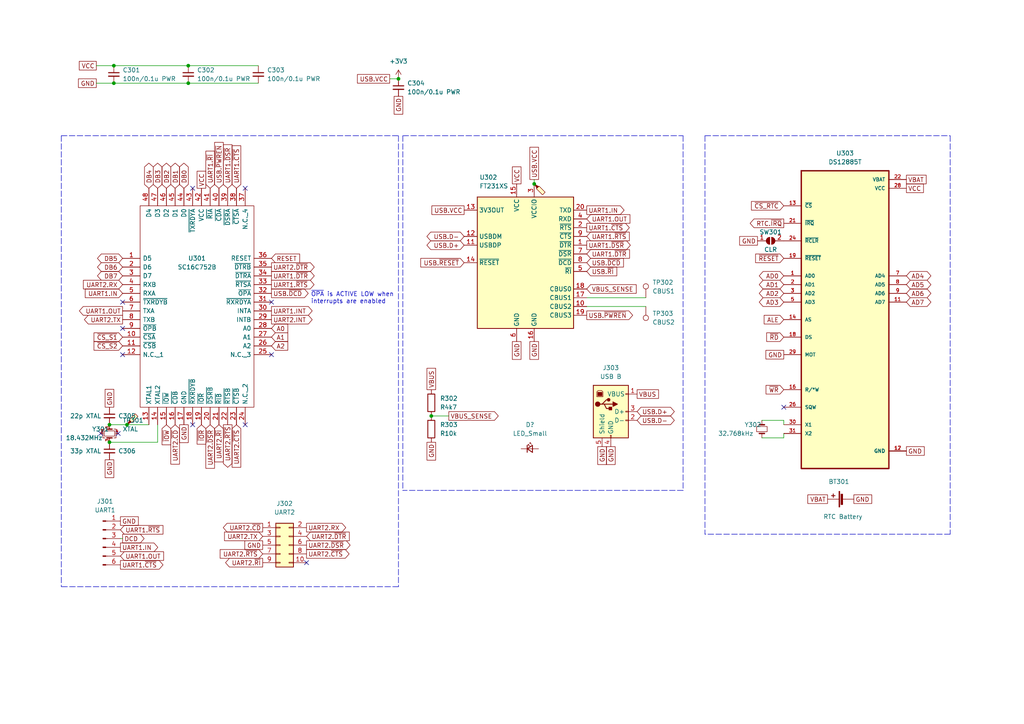
<source format=kicad_sch>
(kicad_sch (version 20211123) (generator eeschema)
  (paper "A4")
  (title_block (title "PC/104 80188 CPU Board") (date "2022-07-30") (rev "0.2") (company "Atsuko Ito"))
  (lib_symbols
    (symbol "Connector:Conn_01x06_Male" (pin_names (offset 1.016) hide)
      (property "Reference" "J" (at 0 7.62 0))
      (property "Value" "Conn_01x06_Male" (at 0 -10.16 0))
      (symbol "Conn_01x06_Male_1_1"
        (polyline (pts (xy 1.27 -7.62) (xy 0.8636 -7.62)) (stroke (width 0.1524)))
        (polyline (pts (xy 1.27 -5.08) (xy 0.8636 -5.08)) (stroke (width 0.1524)))
        (polyline (pts (xy 1.27 -2.54) (xy 0.8636 -2.54)) (stroke (width 0.1524)))
        (polyline (pts (xy 1.27 0) (xy 0.8636 0)) (stroke (width 0.1524)))
        (polyline (pts (xy 1.27 2.54) (xy 0.8636 2.54)) (stroke (width 0.1524)))
        (polyline (pts (xy 1.27 5.08) (xy 0.8636 5.08)) (stroke (width 0.1524)))
        (rectangle (start 0.8636 -7.493) (end 0 -7.747) (stroke (width 0.1524)) (fill (type outline)))
        (rectangle (start 0.8636 -4.953) (end 0 -5.207) (stroke (width 0.1524)) (fill (type outline)))
        (rectangle (start 0.8636 -2.413) (end 0 -2.667) (stroke (width 0.1524)) (fill (type outline)))
        (rectangle (start 0.8636 0.127) (end 0 -0.127) (stroke (width 0.1524)) (fill (type outline)))
        (rectangle (start 0.8636 2.667) (end 0 2.413) (stroke (width 0.1524)) (fill (type outline)))
        (rectangle (start 0.8636 5.207) (end 0 4.953) (stroke (width 0.1524)) (fill (type outline)))
        (pin passive line (at 5.08 5.08 180) (length 3.81) (name "Pin_1") (number "1"))
        (pin passive line (at 5.08 2.54 180) (length 3.81) (name "Pin_2") (number "2"))
        (pin passive line (at 5.08 0 180) (length 3.81) (name "Pin_3") (number "3"))
        (pin passive line (at 5.08 -2.54 180) (length 3.81) (name "Pin_4") (number "4"))
        (pin passive line (at 5.08 -5.08 180) (length 3.81) (name "Pin_5") (number "5"))
        (pin passive line (at 5.08 -7.62 180) (length 3.81) (name "Pin_6") (number "6"))
      )
    )
    (symbol "Connector:TestPoint" (pin_numbers hide) (pin_names (offset 0.762) hide)
      (property "Reference" "TP" (at 0 6.858 0))
      (property "Value" "TestPoint" (at 0 5.08 0))
      (symbol "TestPoint_0_1"
        (circle (center 0 3.302) (radius 0.762))
      )
      (symbol "TestPoint_1_1"
        (pin passive line (at 0 0 90) (length 2.54) (name "1") (number "1"))
      )
    )
    (symbol "Connector:TestPoint_Probe" (pin_numbers hide) (pin_names (offset 0.762) hide)
      (property "Reference" "TP" (at 1.651 5.842 0))
      (property "Value" "TestPoint_Probe" (at 1.651 4.064 0))
      (symbol "TestPoint_Probe_0_1"
        (polyline (pts (xy 1.27 0.762) (xy 0 0) (xy 0.762 1.27) (xy 1.27 0.762)) (fill (type outline)))
        (polyline (pts (xy 1.397 0.635) (xy 0.635 1.397) (xy 2.413 3.175) (xy 3.175 2.413) (xy 1.397 0.635)) (fill (type background)))
      )
      (symbol "TestPoint_Probe_1_1"
        (pin passive line (at 0 0 90) (length 0) (name "1") (number "1"))
      )
    )
    (symbol "Connector:USB_B" (pin_names (offset 1.016))
      (property "Reference" "J" (at -5.08 11.43 0))
      (property "Value" "USB_B" (at -5.08 8.89 0))
      (symbol "USB_B_0_1"
        (rectangle (start -5.08 -7.62) (end 5.08 7.62) (stroke (width 0.254)) (fill (type background)))
        (circle (center -3.81 2.159) (radius 0.635) (stroke (width 0.254)) (fill (type outline)))
        (rectangle (start -3.81 5.588) (end -2.54 4.572) (fill (type outline)))
        (circle (center -0.635 3.429) (radius 0.381) (stroke (width 0.254)) (fill (type outline)))
        (rectangle (start -0.127 -7.62) (end 0.127 -6.858))
        (polyline (pts (xy -1.905 2.159) (xy 0.635 2.159)) (stroke (width 0.254)))
        (polyline (pts (xy -3.175 2.159) (xy -2.54 2.159) (xy -1.27 3.429) (xy -0.635 3.429)) (stroke (width 0.254)))
        (polyline (pts (xy -2.54 2.159) (xy -1.905 2.159) (xy -1.27 0.889) (xy 0 0.889)) (stroke (width 0.254)))
        (polyline (pts (xy 0.635 2.794) (xy 0.635 1.524) (xy 1.905 2.159) (xy 0.635 2.794)) (stroke (width 0.254)) (fill (type outline)))
        (polyline (pts (xy -4.064 4.318) (xy -2.286 4.318) (xy -2.286 5.715) (xy -2.667 6.096) (xy -3.683 6.096) (xy -4.064 5.715) (xy -4.064 4.318)))
        (rectangle (start 0.254 1.27) (end -0.508 0.508) (stroke (width 0.254)) (fill (type outline)))
        (rectangle (start 5.08 -2.667) (end 4.318 -2.413))
        (rectangle (start 5.08 -0.127) (end 4.318 0.127))
        (rectangle (start 5.08 4.953) (end 4.318 5.207))
      )
      (symbol "USB_B_1_1"
        (pin power_out line (at 7.62 5.08 180) (length 2.54) (name "VBUS") (number "1"))
        (pin bidirectional line (at 7.62 -2.54 180) (length 2.54) (name "D-") (number "2"))
        (pin bidirectional line (at 7.62 0 180) (length 2.54) (name "D+") (number "3"))
        (pin power_out line (at 0 -10.16 90) (length 2.54) (name "GND") (number "4"))
        (pin passive line (at -2.54 -10.16 90) (length 2.54) (name "Shield") (number "5"))
      )
    )
    (symbol "Connector_Generic:Conn_02x05_Odd_Even" (pin_names (offset 1.016) hide)
      (property "Reference" "J" (at 1.27 7.62 0))
      (property "Value" "Conn_02x05_Odd_Even" (at 1.27 -7.62 0))
      (symbol "Conn_02x05_Odd_Even_1_1"
        (rectangle (start -1.27 -4.953) (end 0 -5.207) (stroke (width 0.1524)))
        (rectangle (start -1.27 -2.413) (end 0 -2.667) (stroke (width 0.1524)))
        (rectangle (start -1.27 0.127) (end 0 -0.127) (stroke (width 0.1524)))
        (rectangle (start -1.27 2.667) (end 0 2.413) (stroke (width 0.1524)))
        (rectangle (start -1.27 5.207) (end 0 4.953) (stroke (width 0.1524)))
        (rectangle (start -1.27 6.35) (end 3.81 -6.35) (stroke (width 0.254)) (fill (type background)))
        (rectangle (start 3.81 -4.953) (end 2.54 -5.207) (stroke (width 0.1524)))
        (rectangle (start 3.81 -2.413) (end 2.54 -2.667) (stroke (width 0.1524)))
        (rectangle (start 3.81 0.127) (end 2.54 -0.127) (stroke (width 0.1524)))
        (rectangle (start 3.81 2.667) (end 2.54 2.413) (stroke (width 0.1524)))
        (rectangle (start 3.81 5.207) (end 2.54 4.953) (stroke (width 0.1524)))
        (pin passive line (at -5.08 5.08 0) (length 3.81) (name "Pin_1") (number "1"))
        (pin passive line (at 7.62 -5.08 180) (length 3.81) (name "Pin_10") (number "10"))
        (pin passive line (at 7.62 5.08 180) (length 3.81) (name "Pin_2") (number "2"))
        (pin passive line (at -5.08 2.54 0) (length 3.81) (name "Pin_3") (number "3"))
        (pin passive line (at 7.62 2.54 180) (length 3.81) (name "Pin_4") (number "4"))
        (pin passive line (at -5.08 0 0) (length 3.81) (name "Pin_5") (number "5"))
        (pin passive line (at 7.62 0 180) (length 3.81) (name "Pin_6") (number "6"))
        (pin passive line (at -5.08 -2.54 0) (length 3.81) (name "Pin_7") (number "7"))
        (pin passive line (at 7.62 -2.54 180) (length 3.81) (name "Pin_8") (number "8"))
        (pin passive line (at -5.08 -5.08 0) (length 3.81) (name "Pin_9") (number "9"))
      )
    )
    (symbol "DS12885T:DS12885T" (pin_names (offset 1.016))
      (property "Reference" "U303" (at 0 48.26 0))
      (property "Value" "DS12885T" (at 0 45.72 0))
      (symbol "DS12885T_0_0"
        (rectangle (start -12.7 -43.18) (end 12.7 43.18) (stroke (width 0.4064)) (fill (type background)))
        (pin bidirectional line (at -17.78 12.7 0) (length 5.08) (name "AD0") (number "1"))
        (pin bidirectional line (at 17.78 5.08 180) (length 5.08) (name "AD7") (number "11"))
        (pin power_in line (at 17.78 -38.1 180) (length 5.08) (name "GND") (number "12"))
        (pin bidirectional line (at -17.78 33.02 0) (length 5.08) (name "~{CS}") (number "13"))
        (pin bidirectional line (at -17.78 0 0) (length 5.08) (name "AS") (number "14"))
        (pin bidirectional line (at -17.78 -20.32 0) (length 5.08) (name "R/*W") (number "16"))
        (pin power_in line (at 17.78 -38.1 180) (length 5.08) (name "GND") (number "17"))
        (pin bidirectional line (at -17.78 -5.08 0) (length 5.08) (name "DS") (number "18"))
        (pin bidirectional line (at -17.78 17.78 0) (length 5.08) (name "~{RESET}") (number "19"))
        (pin bidirectional line (at -17.78 10.16 0) (length 5.08) (name "AD1") (number "2"))
        (pin bidirectional line (at -17.78 27.94 0) (length 5.08) (name "~{IRQ}") (number "21"))
        (pin power_in line (at 17.78 40.64 180) (length 5.08) (name "VBAT") (number "22"))
        (pin bidirectional line (at -17.78 22.86 0) (length 5.08) (name "~{RCLR}") (number "24"))
        (pin bidirectional line (at -17.78 -25.4 0) (length 5.08) (name "SQW") (number "26"))
        (pin power_in line (at 17.78 38.1 180) (length 5.08) (name "VCC") (number "28"))
        (pin bidirectional line (at -17.78 -10.16 0) (length 5.08) (name "MOT") (number "29"))
        (pin bidirectional line (at -17.78 7.62 0) (length 5.08) (name "AD2") (number "3"))
        (pin bidirectional line (at -17.78 -30.48 0) (length 5.08) (name "X1") (number "30"))
        (pin bidirectional line (at -17.78 -33.02 0) (length 5.08) (name "X2") (number "31"))
        (pin bidirectional line (at -17.78 5.08 0) (length 5.08) (name "AD3") (number "5"))
        (pin bidirectional line (at 17.78 12.7 180) (length 5.08) (name "AD4") (number "7"))
        (pin bidirectional line (at 17.78 10.16 180) (length 5.08) (name "AD5") (number "8"))
        (pin bidirectional line (at 17.78 7.62 180) (length 5.08) (name "AD6") (number "9"))
      )
    )
    (symbol "Device:Battery_Cell" (pin_numbers hide) (pin_names (offset 0) hide)
      (property "Reference" "BT" (at 2.54 2.54 0))
      (property "Value" "Battery_Cell" (at 2.54 0 0))
      (symbol "Battery_Cell_0_1"
        (rectangle (start -2.286 1.778) (end 2.286 1.524) (fill (type outline)))
        (rectangle (start -1.5748 1.1938) (end 1.4732 0.6858) (fill (type outline)))
        (polyline (pts (xy 0 0.762) (xy 0 0)))
        (polyline (pts (xy 0 1.778) (xy 0 2.54)))
        (polyline (pts (xy 0.508 3.429) (xy 1.524 3.429)) (stroke (width 0.254)))
        (polyline (pts (xy 1.016 3.937) (xy 1.016 2.921)) (stroke (width 0.254)))
      )
      (symbol "Battery_Cell_1_1"
        (pin passive line (at 0 5.08 270) (length 2.54) (name "+") (number "1"))
        (pin passive line (at 0 -2.54 90) (length 2.54) (name "-") (number "2"))
      )
    )
    (symbol "Device:C_Small" (pin_numbers hide) (pin_names (offset 0.254) hide)
      (property "Reference" "C" (at 0.254 1.778 0))
      (property "Value" "C_Small" (at 0.254 -2.032 0))
      (symbol "C_Small_0_1"
        (polyline (pts (xy -1.524 -0.508) (xy 1.524 -0.508)) (stroke (width 0.3302)))
        (polyline (pts (xy -1.524 0.508) (xy 1.524 0.508)) (stroke (width 0.3048)))
      )
      (symbol "C_Small_1_1"
        (pin passive line (at 0 2.54 270) (length 2.032) (name "~") (number "1"))
        (pin passive line (at 0 -2.54 90) (length 2.032) (name "~") (number "2"))
      )
    )
    (symbol "Device:Crystal_GND24_Small" (pin_names (offset 1.016) hide)
      (property "Reference" "Y" (at 1.27 4.445 0))
      (property "Value" "Crystal_GND24_Small" (at 1.27 2.54 0))
      (symbol "Crystal_GND24_Small_0_1"
        (rectangle (start -0.762 -1.524) (end 0.762 1.524))
        (polyline (pts (xy -1.27 -0.762) (xy -1.27 0.762)) (stroke (width 0.381)))
        (polyline (pts (xy 1.27 -0.762) (xy 1.27 0.762)) (stroke (width 0.381)))
        (polyline (pts (xy -1.27 -1.27) (xy -1.27 -1.905) (xy 1.27 -1.905) (xy 1.27 -1.27)))
        (polyline (pts (xy -1.27 1.27) (xy -1.27 1.905) (xy 1.27 1.905) (xy 1.27 1.27)))
      )
      (symbol "Crystal_GND24_Small_1_1"
        (pin passive line (at -2.54 0 0) (length 1.27) (name "1") (number "1"))
        (pin passive line (at 0 -2.54 90) (length 0.635) (name "2") (number "2"))
        (pin passive line (at 2.54 0 180) (length 1.27) (name "3") (number "3"))
        (pin passive line (at 0 2.54 270) (length 0.635) (name "4") (number "4"))
      )
    )
    (symbol "Device:Crystal_Small" (pin_numbers hide) (pin_names (offset 1.016) hide)
      (property "Reference" "Y" (at 0 2.54 0))
      (property "Value" "Crystal_Small" (at 0 -2.54 0))
      (symbol "Crystal_Small_0_1"
        (rectangle (start -0.762 -1.524) (end 0.762 1.524))
        (polyline (pts (xy -1.27 -0.762) (xy -1.27 0.762)) (stroke (width 0.381)))
        (polyline (pts (xy 1.27 -0.762) (xy 1.27 0.762)) (stroke (width 0.381)))
      )
      (symbol "Crystal_Small_1_1"
        (pin passive line (at -2.54 0 0) (length 1.27) (name "1") (number "1"))
        (pin passive line (at 2.54 0 180) (length 1.27) (name "2") (number "2"))
      )
    )
    (symbol "Device:LED_Small" (pin_numbers hide) (pin_names (offset 0.254) hide)
      (property "Reference" "D" (at -1.27 3.175 0))
      (property "Value" "LED_Small" (at -4.445 -2.54 0))
      (symbol "LED_Small_0_1"
        (polyline (pts (xy -0.762 -1.016) (xy -0.762 1.016)) (stroke (width 0.254)))
        (polyline (pts (xy 1.016 0) (xy -0.762 0)))
        (polyline (pts (xy 0.762 -1.016) (xy -0.762 0) (xy 0.762 1.016) (xy 0.762 -1.016)) (stroke (width 0.254)))
        (polyline (pts (xy 0 0.762) (xy -0.508 1.27) (xy -0.254 1.27) (xy -0.508 1.27) (xy -0.508 1.016)))
        (polyline (pts (xy 0.508 1.27) (xy 0 1.778) (xy 0.254 1.778) (xy 0 1.778) (xy 0 1.524)))
      )
      (symbol "LED_Small_1_1"
        (pin passive line (at -2.54 0 0) (length 1.778) (name "K") (number "1"))
        (pin passive line (at 2.54 0 180) (length 1.778) (name "A") (number "2"))
      )
    )
    (symbol "Device:R" (pin_numbers hide) (pin_names (offset 0))
      (property "Reference" "R" (at 2.032 0 90))
      (property "Value" "R" (at 0 0 90))
      (symbol "R_0_1"
        (rectangle (start -1.016 -2.54) (end 1.016 2.54) (stroke (width 0.254)))
      )
      (symbol "R_1_1"
        (pin passive line (at 0 3.81 270) (length 1.27) (name "~") (number "1"))
        (pin passive line (at 0 -3.81 90) (length 1.27) (name "~") (number "2"))
      )
    )
    (symbol "Interface_USB:FT231XS"
      (property "Reference" "U" (at -13.97 20.32 0))
      (property "Value" "FT231XS" (at 7.62 20.32 0))
      (symbol "FT231XS_0_1"
        (rectangle (start -13.97 19.05) (end 13.97 -19.05) (stroke (width 0.254)) (fill (type background)))
      )
      (symbol "FT231XS_1_1"
        (pin output line (at 17.78 5.08 180) (length 3.81) (name "~{DTR}") (number "1"))
        (pin bidirectional line (at 17.78 -12.7 180) (length 3.81) (name "CBUS2") (number "10"))
        (pin bidirectional line (at -17.78 5.08 0) (length 3.81) (name "USBDP") (number "11"))
        (pin bidirectional line (at -17.78 7.62 0) (length 3.81) (name "USBDM") (number "12"))
        (pin power_out line (at -17.78 15.24 0) (length 3.81) (name "3V3OUT") (number "13"))
        (pin input line (at -17.78 0 0) (length 3.81) (name "~{RESET}") (number "14"))
        (pin power_in line (at -2.54 22.86 270) (length 3.81) (name "VCC") (number "15"))
        (pin power_in line (at 2.54 -22.86 90) (length 3.81) (name "GND") (number "16"))
        (pin bidirectional line (at 17.78 -10.16 180) (length 3.81) (name "CBUS1") (number "17"))
        (pin bidirectional line (at 17.78 -7.62 180) (length 3.81) (name "CBUS0") (number "18"))
        (pin bidirectional line (at 17.78 -15.24 180) (length 3.81) (name "CBUS3") (number "19"))
        (pin output line (at 17.78 10.16 180) (length 3.81) (name "~{RTS}") (number "2"))
        (pin output line (at 17.78 15.24 180) (length 3.81) (name "TXD") (number "20"))
        (pin power_in line (at 2.54 22.86 270) (length 3.81) (name "VCCIO") (number "3"))
        (pin input line (at 17.78 12.7 180) (length 3.81) (name "RXD") (number "4"))
        (pin input line (at 17.78 -2.54 180) (length 3.81) (name "~{RI}") (number "5"))
        (pin power_in line (at -2.54 -22.86 90) (length 3.81) (name "GND") (number "6"))
        (pin input line (at 17.78 2.54 180) (length 3.81) (name "~{DSR}") (number "7"))
        (pin input line (at 17.78 0 180) (length 3.81) (name "~{DCD}") (number "8"))
        (pin input line (at 17.78 7.62 180) (length 3.81) (name "~{CTS}") (number "9"))
      )
    )
    (symbol "Jumper:SolderJumper_2_Open" (pin_names (offset 0) hide)
      (property "Reference" "JP" (at 0 2.032 0))
      (property "Value" "SolderJumper_2_Open" (at 0 -2.54 0))
      (symbol "SolderJumper_2_Open_0_1"
        (arc (start -0.254 1.016) (mid -1.27 0) (end -0.254 -1.016))
        (arc (start -0.254 1.016) (mid -1.27 0) (end -0.254 -1.016) (fill (type outline)))
        (polyline (pts (xy -0.254 1.016) (xy -0.254 -1.016)))
        (polyline (pts (xy 0.254 1.016) (xy 0.254 -1.016)))
        (arc (start 0.254 -1.016) (mid 1.27 0) (end 0.254 1.016))
        (arc (start 0.254 -1.016) (mid 1.27 0) (end 0.254 1.016) (fill (type outline)))
      )
      (symbol "SolderJumper_2_Open_1_1"
        (pin passive line (at -3.81 0 0) (length 2.54) (name "A") (number "1"))
        (pin passive line (at 3.81 0 180) (length 2.54) (name "B") (number "2"))
      )
    )
    (symbol "SC16C752BIB48_157:SC16C752BIB48,157" (pin_names (offset 0.762))
      (property "Reference" "IC" (at 39.37 20.32 0))
      (property "Value" "SC16C752BIB48,157" (at 39.37 17.78 0))
      (symbol "SC16C752BIB48,157_0_0"
        (pin passive line (at 0 0 0) (length 5.08) (name "D5") (number "1"))
        (pin passive line (at 0 -22.86 0) (length 5.08) (name "~{CSA}") (number "10"))
        (pin passive line (at 0 -25.4 0) (length 5.08) (name "~{CSB}") (number "11"))
        (pin passive line (at 0 -27.94 0) (length 5.08) (name "N.C._1") (number "12"))
        (pin passive line (at 7.62 -48.26 90) (length 5.08) (name "XTAL1") (number "13"))
        (pin passive line (at 10.16 -48.26 90) (length 5.08) (name "XTAL2") (number "14"))
        (pin passive line (at 12.7 -48.26 90) (length 5.08) (name "~{IOW}") (number "15"))
        (pin passive line (at 15.24 -48.26 90) (length 5.08) (name "~{CDB}") (number "16"))
        (pin passive line (at 17.78 -48.26 90) (length 5.08) (name "GND") (number "17"))
        (pin passive line (at 20.32 -48.26 90) (length 5.08) (name "~{RXRDYB}") (number "18"))
        (pin passive line (at 22.86 -48.26 90) (length 5.08) (name "~{IOR}") (number "19"))
        (pin passive line (at 0 -2.54 0) (length 5.08) (name "D6") (number "2"))
        (pin passive line (at 25.4 -48.26 90) (length 5.08) (name "~{DSRB}") (number "20"))
        (pin passive line (at 27.94 -48.26 90) (length 5.08) (name "~{RIB}") (number "21"))
        (pin passive line (at 30.48 -48.26 90) (length 5.08) (name "~{RTSB}") (number "22"))
        (pin passive line (at 33.02 -48.26 90) (length 5.08) (name "~{CTSB}") (number "23"))
        (pin passive line (at 35.56 -48.26 90) (length 5.08) (name "N.C._2") (number "24"))
        (pin passive line (at 43.18 -27.94 180) (length 5.08) (name "N.C._3") (number "25"))
        (pin passive line (at 43.18 -25.4 180) (length 5.08) (name "A2") (number "26"))
        (pin passive line (at 43.18 -22.86 180) (length 5.08) (name "A1") (number "27"))
        (pin passive line (at 43.18 -20.32 180) (length 5.08) (name "A0") (number "28"))
        (pin passive line (at 43.18 -17.78 180) (length 5.08) (name "INTB") (number "29"))
        (pin passive line (at 0 -5.08 0) (length 5.08) (name "D7") (number "3"))
        (pin passive line (at 43.18 -15.24 180) (length 5.08) (name "INTA") (number "30"))
        (pin passive line (at 43.18 -12.7 180) (length 5.08) (name "~{RXRDYA}") (number "31"))
        (pin passive line (at 43.18 -10.16 180) (length 5.08) (name "~{OPA}") (number "32"))
        (pin passive line (at 43.18 -7.62 180) (length 5.08) (name "~{RTSA}") (number "33"))
        (pin passive line (at 43.18 -5.08 180) (length 5.08) (name "~{DTRA}") (number "34"))
        (pin passive line (at 43.18 -2.54 180) (length 5.08) (name "~{DTRB}") (number "35"))
        (pin passive line (at 43.18 0 180) (length 5.08) (name "RESET") (number "36"))
        (pin passive line (at 35.56 20.32 270) (length 5.08) (name "N.C._4") (number "37"))
        (pin passive line (at 33.02 20.32 270) (length 5.08) (name "~{CTSA}") (number "38"))
        (pin passive line (at 30.48 20.32 270) (length 5.08) (name "~{DSRA}") (number "39"))
        (pin passive line (at 0 -7.62 0) (length 5.08) (name "RXB") (number "4"))
        (pin passive line (at 27.94 20.32 270) (length 5.08) (name "~{CDA}") (number "40"))
        (pin passive line (at 25.4 20.32 270) (length 5.08) (name "~{RIA}") (number "41"))
        (pin passive line (at 22.86 20.32 270) (length 5.08) (name "VCC") (number "42"))
        (pin passive line (at 20.32 20.32 270) (length 5.08) (name "~{TXRDYA}") (number "43"))
        (pin passive line (at 17.78 20.32 270) (length 5.08) (name "D0") (number "44"))
        (pin passive line (at 15.24 20.32 270) (length 5.08) (name "D1") (number "45"))
        (pin passive line (at 12.7 20.32 270) (length 5.08) (name "D2") (number "46"))
        (pin passive line (at 10.16 20.32 270) (length 5.08) (name "D3") (number "47"))
        (pin passive line (at 7.62 20.32 270) (length 5.08) (name "D4") (number "48"))
        (pin passive line (at 0 -10.16 0) (length 5.08) (name "RXA") (number "5"))
        (pin passive line (at 0 -12.7 0) (length 5.08) (name "~{TXRDYB}") (number "6"))
        (pin passive line (at 0 -15.24 0) (length 5.08) (name "TXA") (number "7"))
        (pin passive line (at 0 -17.78 0) (length 5.08) (name "TXB") (number "8"))
        (pin passive line (at 0 -20.32 0) (length 5.08) (name "~{OPB}") (number "9"))
      )
      (symbol "SC16C752BIB48,157_0_1"
        (polyline (pts (xy 5.08 15.24) (xy 38.1 15.24) (xy 38.1 -43.18) (xy 5.08 -43.18) (xy 5.08 15.24)) (stroke (width 0.1524)))
      )
    )
    (symbol "power:+3.3V" (power) (pin_names (offset 0))
      (property "Value" "+3.3V" (at 0 3.556 0))
      (symbol "+3.3V_0_1"
        (polyline (pts (xy -0.762 1.27) (xy 0 2.54)))
        (polyline (pts (xy 0 0) (xy 0 2.54)))
        (polyline (pts (xy 0 2.54) (xy 0.762 1.27)))
      )
      (symbol "+3.3V_1_1"
        (pin power_in line (at 0 0 90) (length 0) hide (name "+3V3") (number "1"))
      )
    )
  )
  (junction (at 54.61 19.05))
  (junction (at 36.83 123.19))
  (junction (at 54.61 24.13))
  (junction (at 125.095 120.65))
  (junction (at 31.75 123.19))
  (junction (at 31.75 128.27))
  (junction (at 33.02 24.13))
  (junction (at 115.57 22.86))
  (junction (at 33.02 19.05))
  (junction (at 154.94 53.34))
  (no_connect (at 55.88 123.19))
  (no_connect (at 78.74 87.63))
  (no_connect (at 29.21 125.73))
  (no_connect (at 34.29 125.73))
  (no_connect (at 88.9 163.195))
  (no_connect (at 55.88 54.61))
  (no_connect (at 35.56 95.25))
  (no_connect (at 35.56 87.63))
  (no_connect (at 227.33 118.11))
  (no_connect (at 71.12 54.61))
  (no_connect (at 35.56 102.87))
  (no_connect (at 78.74 102.87))
  (no_connect (at 71.12 123.19))
  (polyline (pts (xy 275.59 154.94) (xy 204.47 154.94)))
  (polyline (pts (xy 115.57 170.18) (xy 17.78 170.18)))
  (wire (pts (xy 27.94 19.05) (xy 33.02 19.05)))
  (polyline (pts (xy 116.84 39.37) (xy 116.84 142.24)))
  (wire (pts (xy 227.33 121.92) (xy 227.33 123.19)))
  (wire (pts (xy 34.925 156.21) (xy 35.56 156.21)))
  (polyline (pts (xy 204.47 39.37) (xy 204.47 154.94)))
  (wire (pts (xy 125.095 120.65) (xy 130.175 120.65)))
  (wire (pts (xy 54.61 24.13) (xy 74.93 24.13)))
  (wire (pts (xy 170.18 88.9) (xy 187.325 88.9)))
  (polyline (pts (xy 17.78 39.37) (xy 17.78 170.18)))
  (wire (pts (xy 33.02 19.05) (xy 54.61 19.05)))
  (wire (pts (xy 220.98 121.92) (xy 227.33 121.92)))
  (wire (pts (xy 227.33 127) (xy 227.33 125.73)))
  (wire (pts (xy 27.94 24.13) (xy 33.02 24.13)))
  (polyline (pts (xy 115.57 39.37) (xy 115.57 170.18)))
  (wire (pts (xy 31.75 123.19) (xy 36.83 123.19)))
  (wire (pts (xy 154.94 52.07) (xy 154.94 53.34)))
  (wire (pts (xy 31.75 128.27) (xy 45.72 128.27)))
  (wire (pts (xy 54.61 19.05) (xy 74.93 19.05)))
  (wire (pts (xy 33.02 24.13) (xy 54.61 24.13)))
  (wire (pts (xy 170.18 86.36) (xy 187.325 86.36)))
  (polyline (pts (xy 198.12 142.24) (xy 116.84 142.24)))
  (polyline (pts (xy 116.84 39.37) (xy 198.12 39.37)))
  (wire (pts (xy 36.83 123.19) (xy 43.18 123.19)))
  (polyline (pts (xy 198.12 39.37) (xy 198.12 142.24)))
  (polyline (pts (xy 275.59 39.37) (xy 275.59 154.94)))
  (wire (pts (xy 45.72 123.19) (xy 45.72 128.27)))
  (wire (pts (xy 113.03 22.86) (xy 115.57 22.86)))
  (wire (pts (xy 220.98 127) (xy 227.33 127)))
  (polyline (pts (xy 204.47 39.37) (xy 275.59 39.37)))
  (polyline (pts (xy 17.78 39.37) (xy 115.57 39.37)))
  (text "~{OPA} is ACTIVE LOW when\ninterrupts are enabled" (at 90.17 88.265 0) (effects (font (size 1.27 1.27)) (justify left bottom)))
  (global_label "GND" (shape passive) (at 227.33 102.87 180) (property "Intersheet References" "${INTERSHEET_REFS}" (effects hide)))
  (global_label "UART1.~{RTS}" (shape input) (at 34.925 153.67 0) (property "Intersheet References" "${INTERSHEET_REFS}" (effects hide)))
  (global_label "AD2" (shape bidirectional) (at 227.33 85.09 180) (property "Intersheet References" "${INTERSHEET_REFS}" (effects hide)))
  (global_label "UART1.~{CTS}" (shape output) (at 170.18 66.04 0) (property "Intersheet References" "${INTERSHEET_REFS}" (effects hide)))
  (global_label "UART2.~{CD}" (shape input) (at 50.8 123.19 270) (property "Intersheet References" "${INTERSHEET_REFS}" (effects hide)))
  (global_label "DB0" (shape bidirectional) (at 53.34 54.61 90) (property "Intersheet References" "${INTERSHEET_REFS}" (effects hide)))
  (global_label "UART2.~{RTS}" (shape input) (at 76.2 160.655 180) (property "Intersheet References" "${INTERSHEET_REFS}" (effects hide)))
  (global_label "AD4" (shape bidirectional) (at 262.89 80.01 0) (property "Intersheet References" "${INTERSHEET_REFS}" (effects hide)))
  (global_label "UART1.IN" (shape output) (at 170.18 60.96 0) (property "Intersheet References" "${INTERSHEET_REFS}" (effects hide)))
  (global_label "GND" (shape passive) (at 149.86 99.06 270) (property "Intersheet References" "${INTERSHEET_REFS}" (effects hide)))
  (global_label "AD7" (shape bidirectional) (at 262.89 87.63 0) (property "Intersheet References" "${INTERSHEET_REFS}" (effects hide)))
  (global_label "GND" (shape passive) (at 262.89 130.81 0) (property "Intersheet References" "${INTERSHEET_REFS}" (effects hide)))
  (global_label "GND" (shape passive) (at 125.095 128.27 270) (property "Intersheet References" "${INTERSHEET_REFS}" (effects hide)))
  (global_label "GND" (shape passive) (at 34.925 151.13 0) (property "Intersheet References" "${INTERSHEET_REFS}" (effects hide)))
  (global_label "UART1.IN" (shape input) (at 35.56 85.09 180) (property "Intersheet References" "${INTERSHEET_REFS}" (effects hide)))
  (global_label "GND" (shape passive) (at 76.2 158.115 180) (property "Intersheet References" "${INTERSHEET_REFS}" (effects hide)))
  (global_label "USB.D+" (shape bidirectional) (at 184.785 119.38 0) (property "Intersheet References" "${INTERSHEET_REFS}" (effects hide)))
  (global_label "DCD" (shape output) (at 35.56 156.21 0) (property "Intersheet References" "${INTERSHEET_REFS}" (effects hide)))
  (global_label "USB.~{PWREN}" (shape output) (at 170.18 91.44 0) (property "Intersheet References" "${INTERSHEET_REFS}" (effects hide)))
  (global_label "UART2.INT" (shape output) (at 78.74 92.71 0) (property "Intersheet References" "${INTERSHEET_REFS}" (effects hide)))
  (global_label "A1" (shape input) (at 78.74 97.79 0) (property "Intersheet References" "${INTERSHEET_REFS}" (effects hide)))
  (global_label "DB1" (shape bidirectional) (at 50.8 54.61 90) (property "Intersheet References" "${INTERSHEET_REFS}" (effects hide)))
  (global_label "GND" (shape passive) (at 27.94 24.13 180) (property "Intersheet References" "${INTERSHEET_REFS}" (effects hide)))
  (global_label "RESET" (shape input) (at 78.74 74.93 0) (property "Intersheet References" "${INTERSHEET_REFS}" (effects hide)))
  (global_label "UART1.~{DSR}" (shape output) (at 170.18 71.12 0) (property "Intersheet References" "${INTERSHEET_REFS}" (effects hide)))
  (global_label "AD3" (shape bidirectional) (at 227.33 87.63 180) (property "Intersheet References" "${INTERSHEET_REFS}" (effects hide)))
  (global_label "UART2.~{CD}" (shape output) (at 76.2 153.035 180) (property "Intersheet References" "${INTERSHEET_REFS}" (effects hide)))
  (global_label "VCC" (shape passive) (at 262.89 54.61 0) (property "Intersheet References" "${INTERSHEET_REFS}" (effects hide)))
  (global_label "USB.~{DCD}" (shape output) (at 78.74 85.09 0) (property "Intersheet References" "${INTERSHEET_REFS}" (effects hide)))
  (global_label "AD5" (shape bidirectional) (at 262.89 82.55 0) (property "Intersheet References" "${INTERSHEET_REFS}" (effects hide)))
  (global_label "DB4" (shape bidirectional) (at 43.18 54.61 90) (property "Intersheet References" "${INTERSHEET_REFS}" (effects hide)))
  (global_label "VCC" (shape passive) (at 58.42 54.61 90) (property "Intersheet References" "${INTERSHEET_REFS}" (effects hide)))
  (global_label "USB.D-" (shape bidirectional) (at 184.785 121.92 0) (property "Intersheet References" "${INTERSHEET_REFS}" (effects hide)))
  (global_label "UART2.~{DSR}" (shape output) (at 88.9 158.115 0) (property "Intersheet References" "${INTERSHEET_REFS}" (effects hide)))
  (global_label "~{RESET}" (shape input) (at 227.33 74.93 180) (property "Intersheet References" "${INTERSHEET_REFS}" (effects hide)))
  (global_label "USB.D-" (shape bidirectional) (at 134.62 68.58 180) (property "Intersheet References" "${INTERSHEET_REFS}" (effects hide)))
  (global_label "~{CS_S2}" (shape input) (at 35.56 100.33 180) (property "Intersheet References" "${INTERSHEET_REFS}" (effects hide)))
  (global_label "GND" (shape passive) (at 247.65 144.78 0) (property "Intersheet References" "${INTERSHEET_REFS}" (effects hide)))
  (global_label "UART2.~{DTR}" (shape input) (at 88.9 155.575 0) (property "Intersheet References" "${INTERSHEET_REFS}" (effects hide)))
  (global_label "UART2.~{RI}" (shape output) (at 76.2 163.195 180) (property "Intersheet References" "${INTERSHEET_REFS}" (effects hide)))
  (global_label "GND" (shape passive) (at 53.34 123.19 270) (property "Intersheet References" "${INTERSHEET_REFS}" (effects hide)))
  (global_label "A0" (shape input) (at 78.74 95.25 0) (property "Intersheet References" "${INTERSHEET_REFS}" (effects hide)))
  (global_label "UART1.~{DTR}" (shape output) (at 78.74 80.01 0) (property "Intersheet References" "${INTERSHEET_REFS}" (effects hide)))
  (global_label "USB.VCC" (shape passive) (at 154.94 52.07 90) (property "Intersheet References" "${INTERSHEET_REFS}" (effects hide)))
  (global_label "UART1.OUT" (shape input) (at 34.925 161.29 0) (property "Intersheet References" "${INTERSHEET_REFS}" (effects hide)))
  (global_label "UART1.~{RTS}" (shape output) (at 78.74 82.55 0) (property "Intersheet References" "${INTERSHEET_REFS}" (effects hide)))
  (global_label "GND" (shape passive) (at 31.75 118.11 90) (property "Intersheet References" "${INTERSHEET_REFS}" (effects hide)))
  (global_label "USB.~{PWREN}" (shape input) (at 63.5 54.61 90) (property "Intersheet References" "${INTERSHEET_REFS}" (effects hide)))
  (global_label "UART1.~{CTS}" (shape input) (at 68.58 54.61 90) (property "Intersheet References" "${INTERSHEET_REFS}" (effects hide)))
  (global_label "DB2" (shape bidirectional) (at 48.26 54.61 90) (property "Intersheet References" "${INTERSHEET_REFS}" (effects hide)))
  (global_label "AD6" (shape bidirectional) (at 262.89 85.09 0) (property "Intersheet References" "${INTERSHEET_REFS}" (effects hide)))
  (global_label "VBUS" (shape passive) (at 125.095 113.03 90) (property "Intersheet References" "${INTERSHEET_REFS}" (effects hide)))
  (global_label "A2" (shape input) (at 78.74 100.33 0) (property "Intersheet References" "${INTERSHEET_REFS}" (effects hide)))
  (global_label "UART2.~{CTS}" (shape input) (at 68.58 123.19 270) (property "Intersheet References" "${INTERSHEET_REFS}" (effects hide)))
  (global_label "UART1.OUT" (shape output) (at 35.56 90.17 180) (property "Intersheet References" "${INTERSHEET_REFS}" (effects hide)))
  (global_label "UART1.~{CTS}" (shape output) (at 34.925 163.83 0) (property "Intersheet References" "${INTERSHEET_REFS}" (effects hide)))
  (global_label "VCC" (shape passive) (at 27.94 19.05 180) (property "Intersheet References" "${INTERSHEET_REFS}" (effects hide)))
  (global_label "~{CS_RTC}" (shape input) (at 227.33 59.69 180) (property "Intersheet References" "${INTERSHEET_REFS}" (effects hide)))
  (global_label "UART2.~{DTR}" (shape output) (at 78.74 77.47 0) (property "Intersheet References" "${INTERSHEET_REFS}" (effects hide)))
  (global_label "UART2.~{DSR}" (shape input) (at 60.96 123.19 270) (property "Intersheet References" "${INTERSHEET_REFS}" (effects hide)))
  (global_label "UART1.~{DTR}" (shape input) (at 170.18 73.66 0) (property "Intersheet References" "${INTERSHEET_REFS}" (effects hide)))
  (global_label "VBAT" (shape passive) (at 240.03 144.78 180) (property "Intersheet References" "${INTERSHEET_REFS}" (effects hide)))
  (global_label "USB.VCC" (shape passive) (at 113.03 22.86 180) (property "Intersheet References" "${INTERSHEET_REFS}" (effects hide)))
  (global_label "USB.VCC" (shape passive) (at 134.62 60.96 180) (property "Intersheet References" "${INTERSHEET_REFS}" (effects hide)))
  (global_label "UART2.~{RI}" (shape input) (at 63.5 123.19 270) (property "Intersheet References" "${INTERSHEET_REFS}" (effects hide)))
  (global_label "VBUS" (shape passive) (at 184.785 114.3 0) (property "Intersheet References" "${INTERSHEET_REFS}" (effects hide)))
  (global_label "UART1.~{DSR}" (shape input) (at 66.04 54.61 90) (property "Intersheet References" "${INTERSHEET_REFS}" (effects hide)))
  (global_label "ALE" (shape input) (at 227.33 92.71 180) (property "Intersheet References" "${INTERSHEET_REFS}" (effects hide)))
  (global_label "UART1.OUT" (shape input) (at 170.18 63.5 0) (property "Intersheet References" "${INTERSHEET_REFS}" (effects hide)))
  (global_label "VBUS_SENSE" (shape output) (at 130.175 120.65 0) (property "Intersheet References" "${INTERSHEET_REFS}" (effects hide)))
  (global_label "GND" (shape passive) (at 154.94 99.06 270) (property "Intersheet References" "${INTERSHEET_REFS}" (effects hide)))
  (global_label "GND" (shape passive) (at 174.625 129.54 270) (property "Intersheet References" "${INTERSHEET_REFS}" (effects hide)))
  (global_label "~{IOR}" (shape input) (at 58.42 123.19 270) (property "Intersheet References" "${INTERSHEET_REFS}" (effects hide)))
  (global_label "UART2.TX" (shape input) (at 76.2 155.575 180) (property "Intersheet References" "${INTERSHEET_REFS}" (effects hide)))
  (global_label "UART2.RX" (shape input) (at 35.56 82.55 180) (property "Intersheet References" "${INTERSHEET_REFS}" (effects hide)))
  (global_label "UART1.~{RI}" (shape input) (at 60.96 54.61 90) (property "Intersheet References" "${INTERSHEET_REFS}" (effects hide)))
  (global_label "~{WR}" (shape input) (at 227.33 113.03 180) (property "Intersheet References" "${INTERSHEET_REFS}" (effects hide)))
  (global_label "USB.~{DCD}" (shape input) (at 170.18 76.2 0) (property "Intersheet References" "${INTERSHEET_REFS}" (effects hide)))
  (global_label "UART2.~{RTS}" (shape output) (at 66.04 123.19 270) (property "Intersheet References" "${INTERSHEET_REFS}" (effects hide)))
  (global_label "UART1.IN" (shape output) (at 34.925 158.75 0) (property "Intersheet References" "${INTERSHEET_REFS}" (effects hide)))
  (global_label "USB.~{RI}" (shape input) (at 170.18 78.74 0) (property "Intersheet References" "${INTERSHEET_REFS}" (effects hide)))
  (global_label "DB3" (shape bidirectional) (at 45.72 54.61 90) (property "Intersheet References" "${INTERSHEET_REFS}" (effects hide)))
  (global_label "GND" (shape passive) (at 31.75 133.35 270) (property "Intersheet References" "${INTERSHEET_REFS}" (effects hide)))
  (global_label "VCC" (shape passive) (at 149.86 53.34 90) (property "Intersheet References" "${INTERSHEET_REFS}" (effects hide)))
  (global_label "RTC.~{IRQ}" (shape output) (at 227.33 64.77 180) (property "Intersheet References" "${INTERSHEET_REFS}" (effects hide)))
  (global_label "GND" (shape passive) (at 177.165 129.54 270) (property "Intersheet References" "${INTERSHEET_REFS}" (effects hide)))
  (global_label "~{IOW}" (shape input) (at 48.26 123.19 270) (property "Intersheet References" "${INTERSHEET_REFS}" (effects hide)))
  (global_label "GND" (shape passive) (at 219.71 69.85 180) (property "Intersheet References" "${INTERSHEET_REFS}" (effects hide)))
  (global_label "DB5" (shape bidirectional) (at 35.56 74.93 180) (property "Intersheet References" "${INTERSHEET_REFS}" (effects hide)))
  (global_label "UART1.~{RTS}" (shape input) (at 170.18 68.58 0) (property "Intersheet References" "${INTERSHEET_REFS}" (effects hide)))
  (global_label "~{CS_S1}" (shape input) (at 35.56 97.79 180) (property "Intersheet References" "${INTERSHEET_REFS}" (effects hide)))
  (global_label "DB7" (shape bidirectional) (at 35.56 80.01 180) (property "Intersheet References" "${INTERSHEET_REFS}" (effects hide)))
  (global_label "USB.D+" (shape bidirectional) (at 134.62 71.12 180) (property "Intersheet References" "${INTERSHEET_REFS}" (effects hide)))
  (global_label "UART2.~{CTS}" (shape output) (at 88.9 160.655 0) (property "Intersheet References" "${INTERSHEET_REFS}" (effects hide)))
  (global_label "VBUS_SENSE" (shape input) (at 170.18 83.82 0) (property "Intersheet References" "${INTERSHEET_REFS}" (effects hide)))
  (global_label "GND" (shape passive) (at 115.57 27.94 270) (property "Intersheet References" "${INTERSHEET_REFS}" (effects hide)))
  (global_label "DB6" (shape bidirectional) (at 35.56 77.47 180) (property "Intersheet References" "${INTERSHEET_REFS}" (effects hide)))
  (global_label "VBAT" (shape passive) (at 262.89 52.07 0) (property "Intersheet References" "${INTERSHEET_REFS}" (effects hide)))
  (global_label "UART2.RX" (shape output) (at 88.9 153.035 0) (property "Intersheet References" "${INTERSHEET_REFS}" (effects hide)))
  (global_label "UART1.INT" (shape output) (at 78.74 90.17 0) (property "Intersheet References" "${INTERSHEET_REFS}" (effects hide)))
  (global_label "AD1" (shape bidirectional) (at 227.33 82.55 180) (property "Intersheet References" "${INTERSHEET_REFS}" (effects hide)))
  (global_label "~{RD}" (shape input) (at 227.33 97.79 180) (property "Intersheet References" "${INTERSHEET_REFS}" (effects hide)))
  (global_label "UART2.TX" (shape output) (at 35.56 92.71 180) (property "Intersheet References" "${INTERSHEET_REFS}" (effects hide)))
  (global_label "USB.~{RESET}" (shape input) (at 134.62 76.2 180) (property "Intersheet References" "${INTERSHEET_REFS}" (effects hide)))
  (global_label "AD0" (shape bidirectional) (at 227.33 80.01 180) (property "Intersheet References" "${INTERSHEET_REFS}" (effects hide)))
  (symbol (lib_id "Connector:TestPoint") (at 187.325 88.9 180) (unit 1) (in_bom no)
    (property "Reference" "TP303" (at 189.23 90.9319 0) (effects (justify right)))
    (property "Value" "CBUS2" (at 189.23 93.4719 0) (effects (justify right)))
    (property "Footprint" "TestPoint:TestPoint_Pad_1.0x1.0mm" (effects hide))
  )
  (symbol (lib_id "Device:C_Small") (at 54.61 21.59 0) (unit 1)
    (property "Reference" "C302" (at 57.15 20.3262 0) (effects (justify left)))
    (property "Value" "100n/0.1u PWR" (at 57.15 22.8662 0) (effects (justify left)))
    (property "Footprint" "Capacitor_SMD:C_1206_3216Metric_Pad1.33x1.80mm_HandSolder" (effects hide))
    (property "Mouser Part Number" "80-C1206X104G4HACTU" (effects hide))
  )
  (symbol (lib_id "Device:C_Small") (at 33.02 21.59 0) (unit 1)
    (property "Reference" "C301" (at 35.56 20.3262 0) (effects (justify left)))
    (property "Value" "100n/0.1u PWR" (at 35.56 22.8662 0) (effects (justify left)))
    (property "Footprint" "Capacitor_SMD:C_1206_3216Metric_Pad1.33x1.80mm_HandSolder" (effects hide))
    (property "Mouser Part Number" "80-C1206X104G4HACTU" (effects hide))
  )
  (symbol (lib_id "Device:R") (at 125.095 116.84 0) (unit 1)
    (property "Reference" "R302" (at 127.635 115.5699 0) (effects (justify left)))
    (property "Value" "R4k7" (at 127.635 118.1099 0) (effects (justify left)))
    (property "Footprint" "Resistor_SMD:R_1206_3216Metric_Pad1.30x1.75mm_HandSolder" (effects hide))
    (property "Manufacturer_Part_Number" "CR1206-JW-472ELF " (effects hide))
    (property "Mouser Part Number" "652-CR1206-JW-472ELF" (effects hide))
  )
  (symbol (lib_id "Connector:TestPoint_Probe") (at 154.94 53.34 270) (unit 1) (in_bom no) (on_board no)
    (property "Reference" "TP?" (effects hide))
    (property "Value" "USB.VCC" (effects hide))
    (property "Footprint" "TestPoint:TestPoint_Pad_1.0x1.0mm" (effects hide))
  )
  (symbol (lib_id "Device:Crystal_GND24_Small") (at 31.75 125.73 270) (unit 1)
    (property "Reference" "Y301" (at 26.67 124.46 90) (effects (justify left)))
    (property "Value" "18.432MHz" (at 19.05 127 90) (effects (justify left)))
    (property "Footprint" "Crystal:Crystal_SMD_3225-4Pin_3.2x2.5mm_HandSoldering" (effects hide))
    (property "Datasheet" "https://www.mouser.co.uk/datasheet/2/445/830105961709-2005258.pdf" (effects hide))
    (property "Manufacturer_Part_Number" "830105961709" (effects hide))
    (property "Mouser Part Number" "710-830105961709" (effects hide))
  )
  (symbol (lib_id "Device:R") (at 125.095 124.46 0) (unit 1)
    (property "Reference" "R303" (at 127.635 123.1899 0) (effects (justify left)))
    (property "Value" "R10k" (at 127.635 125.7299 0) (effects (justify left)))
    (property "Footprint" "Resistor_SMD:R_1206_3216Metric_Pad1.30x1.75mm_HandSolder" (effects hide))
    (property "Manufacturer_Part_Number" "CR1206-JW-103ELF " (effects hide))
    (property "Mouser Part Number" "652-CR1206JW-103ELF" (effects hide))
  )
  (symbol (lib_id "Interface_USB:FT231XS") (at 152.4 76.2 0) (unit 1)
    (property "Reference" "U302" (at 139.065 51.435 0) (effects (justify left)))
    (property "Value" "FT231XS" (at 139.065 53.975 0) (effects (justify left)))
    (property "Footprint" "Package_SO:SSOP-20_3.9x8.7mm_P0.635mm" (effects hide))
    (property "Datasheet" "https://www.ftdichip.com/Support/Documents/DataSheets/ICs/DS_FT231X.pdf" (effects hide))
  )
  (symbol (lib_id "SC16C752BIB48_157:SC16C752BIB48,157") (at 35.56 74.93 0) (unit 1)
    (property "Reference" "U301" (at 57.15 74.93 0))
    (property "Value" "SC16C752B" (at 57.15 77.47 0))
    (property "Footprint" "Package_QFP:TQFP-48_7x7mm_P0.5mm" (effects hide))
    (property "Datasheet" "http://www.nxp.com/docs/en/data-sheet/SC16C752B.pdf" (effects hide))
    (property "Description" "UART Interface IC 2CH. UART 64B FIFO" (effects hide))
    (property "Height" "1.6" (effects hide))
    (property "Mouser Part Number" "771-SC16C752BIB48" (effects hide))
    (property "Mouser Price/Stock" "https://www.mouser.co.uk/ProductDetail/NXP-Semiconductors/SC16C752BIB48157?qs=LOCUfHb8d9sKsb5zIyQ%2FFA%3D%3D" (effects hide))
    (property "Manufacturer_Name" "NXP" (effects hide))
    (property "Manufacturer_Part_Number" "SC16C752BIB48,157" (effects hide))
  )
  (symbol (lib_id "Device:C_Small") (at 31.75 120.65 0) (unit 1)
    (property "Reference" "C305" (at 34.29 120.65 0) (effects (justify left)))
    (property "Value" "22p XTAL" (at 20.32 120.65 0) (effects (justify left)))
    (property "Footprint" "Capacitor_SMD:C_0805_2012Metric_Pad1.18x1.45mm_HandSolder" (effects hide))
    (property "Manufacturer_Part_Number" "C0805C220J1GACTU" (effects hide))
  )
  (symbol (lib_id "Connector:USB_B") (at 177.165 119.38 0) (unit 1)
    (property "Reference" "J303" (at 177.165 106.68 0))
    (property "Value" "USB B" (at 177.165 109.22 0))
    (property "Footprint" "A-USB_B_SMT:AUSBBSMT" (effects hide))
    (property "Datasheet" "http://uk.rs-online.com/web/p/products/6741331P" (effects hide))
    (property "Allied_Number" "R1074095" (effects hide))
    (property "Manufacturer_Part_Number" "A-USB B/SMT" (effects hide))
    (property "RS Part Number" "6741331P" (effects hide))
    (property "RS Price/Stock" "http://uk.rs-online.com/web/p/products/6741331P" (effects hide))
  )
  (symbol (lib_id "DS12885T:DS12885T") (at 245.11 92.71 0) (unit 1)
    (property "Reference" "U303" (at 245.11 44.45 0))
    (property "Value" "DS12885T" (at 245.11 46.99 0))
    (property "Footprint" "Package_QFP:TQFP-32_7x7mm_P0.8mm" (effects hide))
  )
  (symbol (lib_id "Jumper:SolderJumper_2_Open") (at 223.52 69.85 0) (unit 1)
    (property "Reference" "SW301" (at 223.52 67.31 0))
    (property "Value" "CLR" (at 223.52 72.39 0))
    (property "Footprint" "Jumper:SolderJumper-2_P1.3mm_Open_RoundedPad1.0x1.5mm" (effects hide))
  )
  (symbol (lib_id "Device:C_Small") (at 74.93 21.59 0) (unit 1)
    (property "Reference" "C303" (at 77.47 20.3262 0) (effects (justify left)))
    (property "Value" "100n/0.1u PWR" (at 77.47 22.8662 0) (effects (justify left)))
    (property "Footprint" "Capacitor_SMD:C_1206_3216Metric_Pad1.33x1.80mm_HandSolder" (effects hide))
    (property "Mouser Part Number" "80-C1206X104G4HACTU" (effects hide))
  )
  (symbol (lib_id "Connector_Generic:Conn_02x05_Odd_Even") (at 81.28 158.115 0) (unit 1)
    (property "Reference" "J302" (at 82.55 146.05 0))
    (property "Value" "UART2" (at 82.55 148.59 0))
    (property "Footprint" "Connector_PinSocket_1.27mm:PinSocket_2x05_P1.27mm_Vertical" (effects hide))
  )
  (symbol (lib_id "Connector:TestPoint_Probe") (at 36.83 123.19 0) (unit 1) (in_bom no) (on_board no)
    (property "Reference" "TP301" (at 35.56 121.92 0) (effects (justify left)))
    (property "Value" "XTAL" (at 35.56 124.46 0) (effects (justify left)))
    (property "Footprint" "TestPoint:TestPoint_Pad_1.0x1.0mm" (effects hide))
  )
  (symbol (lib_id "power:+3.3V") (at 115.57 22.86 0) (unit 1)
    (property "Reference" "#PWR0101" (effects hide))
    (property "Value" "+3.3V" (at 115.57 17.78 0))
  )
  (symbol (lib_id "Connector:Conn_01x06_Male") (at 29.845 156.21 0) (unit 1) (in_bom no)
    (property "Reference" "J301" (at 30.48 145.415 0))
    (property "Value" "UART1" (at 30.48 147.955 0))
    (property "Footprint" "Connector_PinHeader_2.54mm:PinHeader_1x06_P2.54mm_Vertical" (effects hide))
  )
  (symbol (lib_id "Device:Crystal_Small") (at 220.98 124.46 270) (unit 1)
    (property "Reference" "Y302" (at 215.9 123.19 90) (effects (justify left)))
    (property "Value" "32.768kHz" (at 208.28 125.73 90) (effects (justify left)))
    (property "Footprint" "Crystal:Crystal_SMD_EuroQuartz_EQ161-2Pin_3.2x1.5mm_HandSoldering" (effects hide))
    (property "Datasheet" "https://www.mouser.co.uk/datasheet/2/122/ECX_34R-845158.pdf" (effects hide))
    (property "Manufacturer_Part_Number" "ECS-.327-6-34R-TR" (effects hide))
    (property "Mouser Part Number" "520-.327-6-34RT" (effects hide))
  )
  (symbol (lib_id "Device:C_Small") (at 115.57 25.4 0) (unit 1)
    (property "Reference" "C304" (at 118.11 24.1362 0) (effects (justify left)))
    (property "Value" "100n/0.1u PWR" (at 118.11 26.6762 0) (effects (justify left)))
    (property "Footprint" "Capacitor_SMD:C_1206_3216Metric_Pad1.33x1.80mm_HandSolder" (effects hide))
    (property "Mouser Part Number" "80-C1206X104G4HACTU" (effects hide))
  )
  (symbol (lib_id "Connector:TestPoint") (at 187.325 86.36 0) (unit 1) (in_bom no)
    (property "Reference" "TP302" (at 189.23 81.915 0) (effects (justify left)))
    (property "Value" "CBUS1" (at 189.23 84.455 0) (effects (justify left)))
    (property "Footprint" "TestPoint:TestPoint_Pad_1.0x1.0mm" (effects hide))
  )
  (symbol (lib_id "Device:C_Small") (at 31.75 130.81 0) (unit 1)
    (property "Reference" "C306" (at 34.29 130.81 0) (effects (justify left)))
    (property "Value" "33p XTAL" (at 20.32 130.81 0) (effects (justify left)))
    (property "Footprint" "Capacitor_SMD:C_0805_2012Metric_Pad1.18x1.45mm_HandSolder" (effects hide))
    (property "Manufacturer_Part_Number" "C0805C220J1GACTU" (effects hide))
  )
  (symbol (lib_id "Device:Battery_Cell") (at 245.11 144.78 90) (unit 1)
    (property "Reference" "BT301" (at 246.38 139.7 90) (effects (justify left)))
    (property "Value" "RTC Battery" (at 250.19 149.86 90) (effects (justify left)))
    (property "Footprint" "Battery:BatteryHolder_Keystone_106_1x20mm" (effects hide))
    (property "Datasheet" "https://www.mouser.co.uk/datasheet/2/215/06-745914.pdf" (effects hide))
    (property "Manufacturer_Part_Number" "106" (effects hide))
    (property "Mouser Part Number" "534-106" (effects hide))
  )
  (symbol (lib_id "Device:LED_Small") (at 153.67 130.175 0) (unit 1)
    (property "Reference" "D?" (at 153.7335 123.19 0))
    (property "Value" "LED_Small" (at 153.7335 125.73 0))
  )
)
</source>
